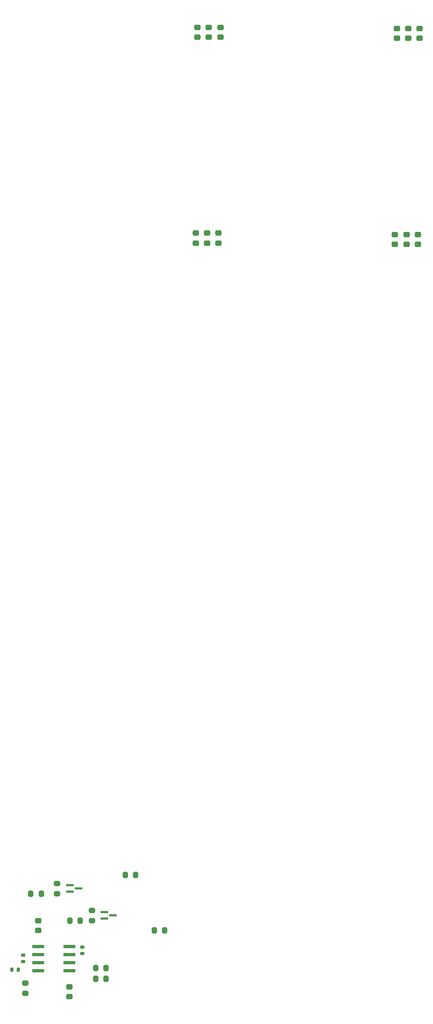
<source format=gbr>
%TF.GenerationSoftware,KiCad,Pcbnew,8.0.6*%
%TF.CreationDate,2025-05-14T12:37:59-04:00*%
%TF.ProjectId,TPC_Warm_Shaper,5450435f-5761-4726-9d5f-536861706572,rev?*%
%TF.SameCoordinates,Original*%
%TF.FileFunction,Paste,Bot*%
%TF.FilePolarity,Positive*%
%FSLAX46Y46*%
G04 Gerber Fmt 4.6, Leading zero omitted, Abs format (unit mm)*
G04 Created by KiCad (PCBNEW 8.0.6) date 2025-05-14 12:37:59*
%MOMM*%
%LPD*%
G01*
G04 APERTURE LIST*
G04 Aperture macros list*
%AMRoundRect*
0 Rectangle with rounded corners*
0 $1 Rounding radius*
0 $2 $3 $4 $5 $6 $7 $8 $9 X,Y pos of 4 corners*
0 Add a 4 corners polygon primitive as box body*
4,1,4,$2,$3,$4,$5,$6,$7,$8,$9,$2,$3,0*
0 Add four circle primitives for the rounded corners*
1,1,$1+$1,$2,$3*
1,1,$1+$1,$4,$5*
1,1,$1+$1,$6,$7*
1,1,$1+$1,$8,$9*
0 Add four rect primitives between the rounded corners*
20,1,$1+$1,$2,$3,$4,$5,0*
20,1,$1+$1,$4,$5,$6,$7,0*
20,1,$1+$1,$6,$7,$8,$9,0*
20,1,$1+$1,$8,$9,$2,$3,0*%
G04 Aperture macros list end*
%ADD10RoundRect,0.200000X0.275000X-0.200000X0.275000X0.200000X-0.275000X0.200000X-0.275000X-0.200000X0*%
%ADD11RoundRect,0.200000X-0.275000X0.200000X-0.275000X-0.200000X0.275000X-0.200000X0.275000X0.200000X0*%
%ADD12RoundRect,0.200000X-0.200000X-0.275000X0.200000X-0.275000X0.200000X0.275000X-0.200000X0.275000X0*%
%ADD13R,1.981200X0.558800*%
%ADD14RoundRect,0.225000X0.250000X-0.225000X0.250000X0.225000X-0.250000X0.225000X-0.250000X-0.225000X0*%
%ADD15R,1.161200X0.350800*%
%ADD16RoundRect,0.135000X0.185000X-0.135000X0.185000X0.135000X-0.185000X0.135000X-0.185000X-0.135000X0*%
%ADD17RoundRect,0.200000X0.200000X0.275000X-0.200000X0.275000X-0.200000X-0.275000X0.200000X-0.275000X0*%
%ADD18RoundRect,0.135000X-0.135000X-0.185000X0.135000X-0.185000X0.135000X0.185000X-0.135000X0.185000X0*%
G04 APERTURE END LIST*
D10*
%TO.C,R53*%
X131776200Y-260860000D03*
X131776200Y-259210000D03*
%TD*%
D11*
%TO.C,R42*%
X142316199Y-247759999D03*
X142316199Y-249409999D03*
%TD*%
D12*
%TO.C,R43*%
X152071199Y-250924999D03*
X153721199Y-250924999D03*
%TD*%
D13*
%TO.C,U16*%
X138730000Y-253470000D03*
X138730000Y-254740000D03*
X138730000Y-256010000D03*
X138730000Y-257280000D03*
X133802400Y-257280000D03*
X133802400Y-256010000D03*
X133802400Y-254740000D03*
X133802400Y-253470000D03*
%TD*%
D14*
%TO.C,C7*%
X193860000Y-110595000D03*
X193860000Y-109045000D03*
%TD*%
%TO.C,C13*%
X191817500Y-142985000D03*
X191817500Y-141435000D03*
%TD*%
%TO.C,C3*%
X160690000Y-110405000D03*
X160690000Y-108855000D03*
%TD*%
%TO.C,C9*%
X162217500Y-142795000D03*
X162217500Y-141245000D03*
%TD*%
%TO.C,C8*%
X133796200Y-250930000D03*
X133796200Y-249380000D03*
%TD*%
%TO.C,C4*%
X158910000Y-110395000D03*
X158910000Y-108845000D03*
%TD*%
%TO.C,C12*%
X189987500Y-142985000D03*
X189987500Y-141435000D03*
%TD*%
%TO.C,C15*%
X138746200Y-261380000D03*
X138746200Y-259830000D03*
%TD*%
%TO.C,C11*%
X158637500Y-142785000D03*
X158637500Y-141235000D03*
%TD*%
D12*
%TO.C,R32*%
X142871200Y-256885000D03*
X144521200Y-256885000D03*
%TD*%
%TO.C,R41*%
X138791199Y-249404999D03*
X140441199Y-249404999D03*
%TD*%
%TO.C,R44*%
X132661200Y-245155000D03*
X134311200Y-245155000D03*
%TD*%
D15*
%TO.C,M3*%
X144271199Y-249094998D03*
X144271199Y-248095000D03*
X145621199Y-248594999D03*
%TD*%
D12*
%TO.C,R50*%
X147521200Y-242225000D03*
X149171200Y-242225000D03*
%TD*%
D11*
%TO.C,R49*%
X136786200Y-243530000D03*
X136786200Y-245180000D03*
%TD*%
D15*
%TO.C,M4*%
X138791200Y-244844999D03*
X138791200Y-243845001D03*
X140141200Y-244345000D03*
%TD*%
D14*
%TO.C,C2*%
X162490000Y-110405000D03*
X162490000Y-108855000D03*
%TD*%
%TO.C,C14*%
X193587500Y-142985000D03*
X193587500Y-141435000D03*
%TD*%
D16*
%TO.C,R40*%
X140796200Y-254585000D03*
X140796200Y-253565000D03*
%TD*%
D17*
%TO.C,R39*%
X144521200Y-258595000D03*
X142871200Y-258595000D03*
%TD*%
D18*
%TO.C,R52*%
X129706200Y-257095000D03*
X130726200Y-257095000D03*
%TD*%
D14*
%TO.C,C6*%
X192090000Y-110595000D03*
X192090000Y-109045000D03*
%TD*%
D16*
%TO.C,R51*%
X131456200Y-255885000D03*
X131456200Y-254865000D03*
%TD*%
D14*
%TO.C,C5*%
X190260000Y-110595000D03*
X190260000Y-109045000D03*
%TD*%
%TO.C,C10*%
X160417500Y-142795000D03*
X160417500Y-141245000D03*
%TD*%
M02*

</source>
